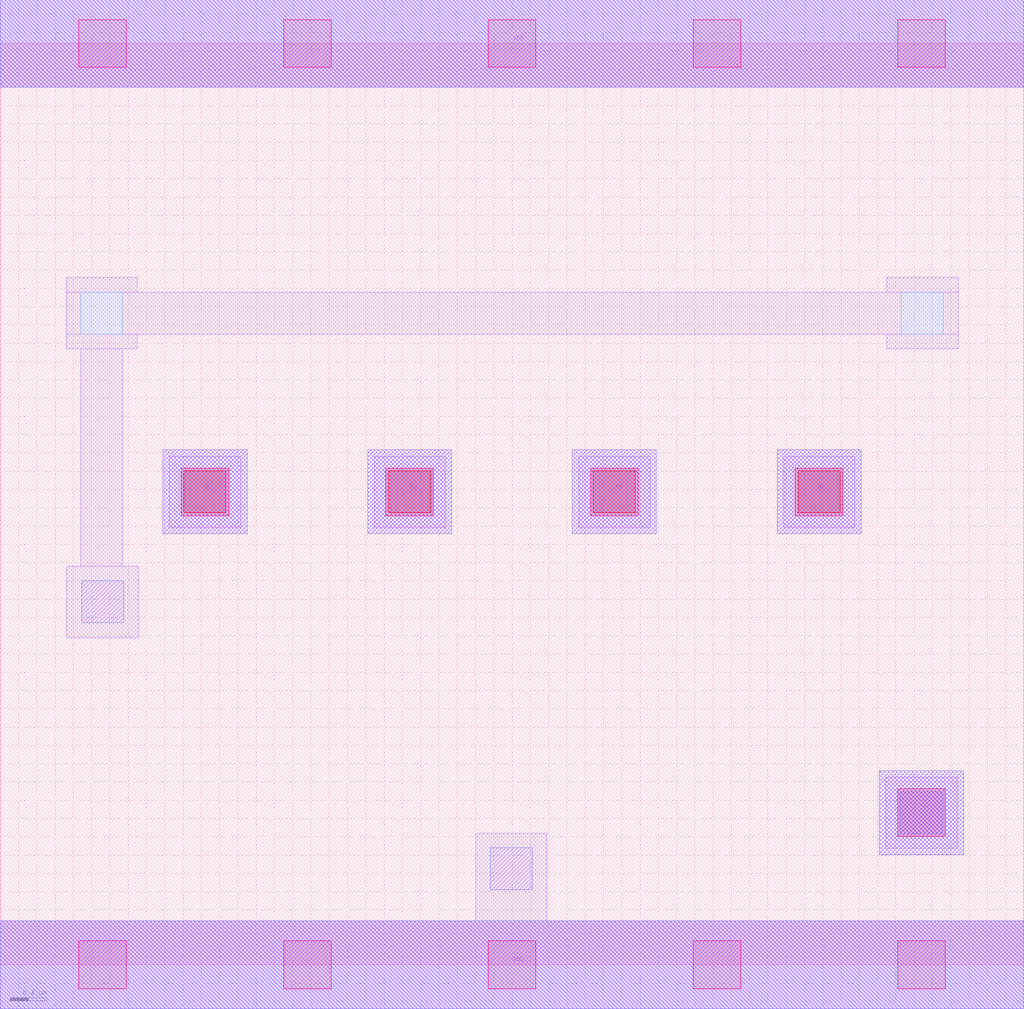
<source format=lef>
MACRO AAOI22
 CLASS CORE ;
 FOREIGN AAOI22 0 0 ;
 SIZE 5.6000000000000005 BY 5.04 ;
 ORIGIN 0 0 ;
 SYMMETRY X Y R90 ;
 SITE unit ;
  PIN VDD
   DIRECTION INOUT ;
   USE POWER ;
   SHAPE ABUTMENT ;
    PORT
     CLASS CORE ;
       LAYER met1 ;
        RECT 0.00000000 4.80000000 5.60000000 5.28000000 ;
       LAYER met2 ;
        RECT 0.00000000 4.80000000 5.60000000 5.28000000 ;
    END
  END VDD

  PIN GND
   DIRECTION INOUT ;
   USE POWER ;
   SHAPE ABUTMENT ;
    PORT
     CLASS CORE ;
       LAYER met1 ;
        RECT 0.00000000 -0.24000000 5.60000000 0.24000000 ;
       LAYER met2 ;
        RECT 0.00000000 -0.24000000 5.60000000 0.24000000 ;
    END
  END GND

  PIN Y
   DIRECTION INOUT ;
   USE SIGNAL ;
   SHAPE ABUTMENT ;
    PORT
     CLASS CORE ;
       LAYER met2 ;
        RECT 4.81000000 0.60200000 5.27000000 1.06200000 ;
    END
  END Y

  PIN B
   DIRECTION INOUT ;
   USE SIGNAL ;
   SHAPE ABUTMENT ;
    PORT
     CLASS CORE ;
       LAYER met2 ;
        RECT 0.89000000 2.35700000 1.35000000 2.81700000 ;
    END
  END B

  PIN A1
   DIRECTION INOUT ;
   USE SIGNAL ;
   SHAPE ABUTMENT ;
    PORT
     CLASS CORE ;
       LAYER met2 ;
        RECT 3.13000000 2.35700000 3.59000000 2.81700000 ;
    END
  END A1

  PIN B1
   DIRECTION INOUT ;
   USE SIGNAL ;
   SHAPE ABUTMENT ;
    PORT
     CLASS CORE ;
       LAYER met2 ;
        RECT 2.01000000 2.35700000 2.47000000 2.81700000 ;
    END
  END B1

  PIN A
   DIRECTION INOUT ;
   USE SIGNAL ;
   SHAPE ABUTMENT ;
    PORT
     CLASS CORE ;
       LAYER met2 ;
        RECT 4.25000000 2.35700000 4.71000000 2.81700000 ;
    END
  END A

 OBS
    LAYER polycont ;
     RECT 1.00500000 2.47200000 1.23500000 2.70200000 ;
     RECT 2.12500000 2.47200000 2.35500000 2.70200000 ;
     RECT 3.24500000 2.47200000 3.47500000 2.70200000 ;
     RECT 4.36500000 2.47200000 4.59500000 2.70200000 ;

    LAYER pdiffc ;
     RECT 0.44000000 3.45000000 0.67000000 3.68000000 ;
     RECT 4.93000000 3.45000000 5.16000000 3.68000000 ;

    LAYER ndiffc ;
     RECT 2.68000000 0.41000000 2.91000000 0.64000000 ;
     RECT 4.92500000 0.71700000 5.15500000 0.94700000 ;
     RECT 0.44500000 1.87000000 0.67500000 2.10000000 ;

    LAYER met1 ;
     RECT 0.00000000 -0.24000000 5.60000000 0.24000000 ;
     RECT 2.60000000 0.24000000 2.99000000 0.72000000 ;
     RECT 4.84500000 0.63700000 5.23500000 1.02700000 ;
     RECT 0.92500000 2.39200000 1.31500000 2.78200000 ;
     RECT 2.04500000 2.39200000 2.43500000 2.78200000 ;
     RECT 3.16500000 2.39200000 3.55500000 2.78200000 ;
     RECT 4.28500000 2.39200000 4.67500000 2.78200000 ;
     RECT 0.36500000 1.79000000 0.75500000 2.18000000 ;
     RECT 0.44000000 2.18000000 0.67000000 3.37000000 ;
     RECT 0.36000000 3.37000000 0.75000000 3.45000000 ;
     RECT 4.85000000 3.37000000 5.24000000 3.45000000 ;
     RECT 0.36000000 3.45000000 5.24000000 3.68000000 ;
     RECT 0.36000000 3.68000000 0.75000000 3.76000000 ;
     RECT 4.85000000 3.68000000 5.24000000 3.76000000 ;
     RECT 0.00000000 4.80000000 5.60000000 5.28000000 ;

    LAYER via1 ;
     RECT 0.43000000 -0.13000000 0.69000000 0.13000000 ;
     RECT 1.55000000 -0.13000000 1.81000000 0.13000000 ;
     RECT 2.67000000 -0.13000000 2.93000000 0.13000000 ;
     RECT 3.79000000 -0.13000000 4.05000000 0.13000000 ;
     RECT 4.91000000 -0.13000000 5.17000000 0.13000000 ;
     RECT 4.91000000 0.70200000 5.17000000 0.96200000 ;
     RECT 0.99000000 2.45700000 1.25000000 2.71700000 ;
     RECT 2.11000000 2.45700000 2.37000000 2.71700000 ;
     RECT 3.23000000 2.45700000 3.49000000 2.71700000 ;
     RECT 4.35000000 2.45700000 4.61000000 2.71700000 ;
     RECT 0.43000000 4.91000000 0.69000000 5.17000000 ;
     RECT 1.55000000 4.91000000 1.81000000 5.17000000 ;
     RECT 2.67000000 4.91000000 2.93000000 5.17000000 ;
     RECT 3.79000000 4.91000000 4.05000000 5.17000000 ;
     RECT 4.91000000 4.91000000 5.17000000 5.17000000 ;

    LAYER met2 ;
     RECT 0.00000000 -0.24000000 5.60000000 0.24000000 ;
     RECT 4.81000000 0.60200000 5.27000000 1.06200000 ;
     RECT 0.89000000 2.35700000 1.35000000 2.81700000 ;
     RECT 2.01000000 2.35700000 2.47000000 2.81700000 ;
     RECT 3.13000000 2.35700000 3.59000000 2.81700000 ;
     RECT 4.25000000 2.35700000 4.71000000 2.81700000 ;
     RECT 0.00000000 4.80000000 5.60000000 5.28000000 ;

 END
END AAOI22

</source>
